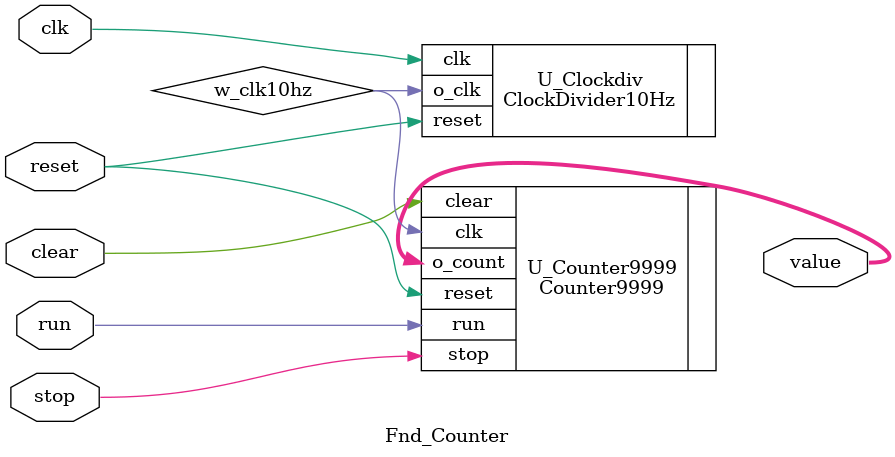
<source format=v>
`timescale 1ns / 1ps


module Fnd_Counter(
    input clk,reset,
    input stop,
    input run,
    input clear,
    output [13:0] value
    );

wire w_clk10hz;
ClockDivider10Hz #(
.HERZ(10)
)   U_Clockdiv (
    .clk(clk),
    .reset(reset),
    .o_clk(w_clk10hz)
    );
    
Counter9999 U_Counter9999(
    .clk(w_clk10hz),
    .reset(reset),
    .stop(stop),
    .run(run),
    .clear(clear),
    .o_count(value)
    );
    
    endmodule
</source>
